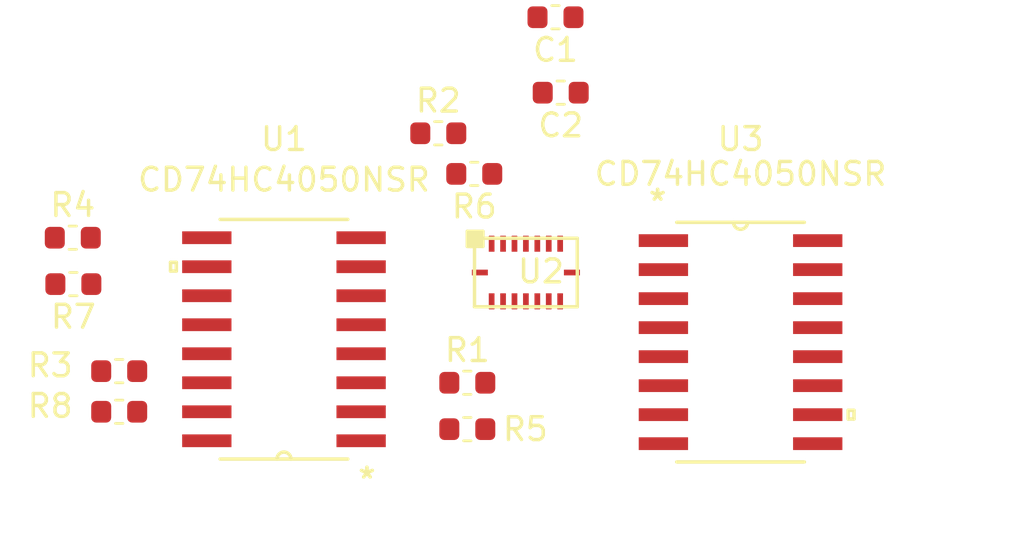
<source format=kicad_pcb>
(kicad_pcb (version 20171130) (host pcbnew "(5.1.4)-1")

  (general
    (thickness 1.6)
    (drawings 0)
    (tracks 0)
    (zones 0)
    (modules 13)
    (nets 38)
  )

  (page A4)
  (layers
    (0 F.Cu signal)
    (31 B.Cu signal)
    (32 B.Adhes user)
    (33 F.Adhes user)
    (34 B.Paste user)
    (35 F.Paste user)
    (36 B.SilkS user)
    (37 F.SilkS user)
    (38 B.Mask user)
    (39 F.Mask user)
    (40 Dwgs.User user hide)
    (41 Cmts.User user)
    (42 Eco1.User user)
    (43 Eco2.User user)
    (44 Edge.Cuts user)
    (45 Margin user)
    (46 B.CrtYd user hide)
    (47 F.CrtYd user)
    (48 B.Fab user)
    (49 F.Fab user hide)
  )

  (setup
    (last_trace_width 0.25)
    (trace_clearance 0.2)
    (zone_clearance 0.508)
    (zone_45_only no)
    (trace_min 0.2)
    (via_size 0.8)
    (via_drill 0.4)
    (via_min_size 0.4)
    (via_min_drill 0.3)
    (uvia_size 0.3)
    (uvia_drill 0.1)
    (uvias_allowed no)
    (uvia_min_size 0.2)
    (uvia_min_drill 0.1)
    (edge_width 0.05)
    (segment_width 0.2)
    (pcb_text_width 0.3)
    (pcb_text_size 1.5 1.5)
    (mod_edge_width 0.12)
    (mod_text_size 1 1)
    (mod_text_width 0.15)
    (pad_size 1.524 1.524)
    (pad_drill 0.762)
    (pad_to_mask_clearance 0.051)
    (solder_mask_min_width 0.25)
    (aux_axis_origin 0 0)
    (visible_elements FFFFFF7F)
    (pcbplotparams
      (layerselection 0x010fc_ffffffff)
      (usegerberextensions false)
      (usegerberattributes false)
      (usegerberadvancedattributes false)
      (creategerberjobfile false)
      (excludeedgelayer true)
      (linewidth 0.100000)
      (plotframeref false)
      (viasonmask false)
      (mode 1)
      (useauxorigin false)
      (hpglpennumber 1)
      (hpglpenspeed 20)
      (hpglpendiameter 15.000000)
      (psnegative false)
      (psa4output false)
      (plotreference true)
      (plotvalue true)
      (plotinvisibletext false)
      (padsonsilk false)
      (subtractmaskfromsilk false)
      (outputformat 1)
      (mirror false)
      (drillshape 1)
      (scaleselection 1)
      (outputdirectory ""))
  )

  (net 0 "")
  (net 1 GND)
  (net 2 +3V3)
  (net 3 "Net-(R1-Pad1)")
  (net 4 /INT1_ACCEL_5)
  (net 5 /INT2_ACCEL_5)
  (net 6 "Net-(R2-Pad1)")
  (net 7 "Net-(R3-Pad2)")
  (net 8 /INT4_GYRO_5)
  (net 9 /INT3_GYRO_5)
  (net 10 "Net-(R4-Pad2)")
  (net 11 /INT1_ACCEL)
  (net 12 /INT2_ACCEL)
  (net 13 /INT3_GYRO)
  (net 14 /INT4_GYRO)
  (net 15 "Net-(U1-Pad4)")
  (net 16 "Net-(U1-Pad5)")
  (net 17 "Net-(U1-Pad11)")
  (net 18 "Net-(U1-Pad12)")
  (net 19 "Net-(U1-Pad13)")
  (net 20 "Net-(U1-Pad16)")
  (net 21 "Net-(U2-Pad5)")
  (net 22 /A0_ACCEL)
  (net 23 /A0_GYRO)
  (net 24 /SDA)
  (net 25 /SCL)
  (net 26 "Net-(U3-Pad16)")
  (net 27 "Net-(U3-Pad15)")
  (net 28 "Net-(U3-Pad14)")
  (net 29 "Net-(U3-Pad13)")
  (net 30 /CS_GYRO)
  (net 31 /CS_GYRO_5)
  (net 32 /CS_ACCEL)
  (net 33 /CS_ACCEL_5)
  (net 34 /CS_SD_5)
  (net 35 /CS_SD)
  (net 36 /SDA_5)
  (net 37 /SCL_5)

  (net_class Default "This is the default net class."
    (clearance 0.2)
    (trace_width 0.25)
    (via_dia 0.8)
    (via_drill 0.4)
    (uvia_dia 0.3)
    (uvia_drill 0.1)
    (add_net +3V3)
    (add_net /A0_ACCEL)
    (add_net /A0_GYRO)
    (add_net /CS_ACCEL)
    (add_net /CS_ACCEL_5)
    (add_net /CS_GYRO)
    (add_net /CS_GYRO_5)
    (add_net /CS_SD)
    (add_net /CS_SD_5)
    (add_net /INT1_ACCEL)
    (add_net /INT1_ACCEL_5)
    (add_net /INT2_ACCEL)
    (add_net /INT2_ACCEL_5)
    (add_net /INT3_GYRO)
    (add_net /INT3_GYRO_5)
    (add_net /INT4_GYRO)
    (add_net /INT4_GYRO_5)
    (add_net /SCL)
    (add_net /SCL_5)
    (add_net /SDA)
    (add_net /SDA_5)
    (add_net GND)
    (add_net "Net-(R1-Pad1)")
    (add_net "Net-(R2-Pad1)")
    (add_net "Net-(R3-Pad2)")
    (add_net "Net-(R4-Pad2)")
    (add_net "Net-(U1-Pad11)")
    (add_net "Net-(U1-Pad12)")
    (add_net "Net-(U1-Pad13)")
    (add_net "Net-(U1-Pad16)")
    (add_net "Net-(U1-Pad4)")
    (add_net "Net-(U1-Pad5)")
    (add_net "Net-(U2-Pad5)")
    (add_net "Net-(U3-Pad13)")
    (add_net "Net-(U3-Pad14)")
    (add_net "Net-(U3-Pad15)")
    (add_net "Net-(U3-Pad16)")
  )

  (module footprints:C_0603_1608Metric (layer F.Cu) (tedit 5B301BBE) (tstamp 5FF656AB)
    (at 98.5775 99.822 180)
    (descr "Capacitor SMD 0603 (1608 Metric), square (rectangular) end terminal, IPC_7351 nominal, (Body size source: http://www.tortai-tech.com/upload/download/2011102023233369053.pdf), generated with kicad-footprint-generator")
    (tags capacitor)
    (path /5FC2CB9A)
    (attr smd)
    (fp_text reference C1 (at 0 -1.43) (layer F.SilkS)
      (effects (font (size 1 1) (thickness 0.15)))
    )
    (fp_text value C_100nF (at 0 1.43) (layer F.Fab)
      (effects (font (size 1 1) (thickness 0.15)))
    )
    (fp_text user %R (at 0 0) (layer F.Fab)
      (effects (font (size 0.4 0.4) (thickness 0.06)))
    )
    (fp_line (start 1.48 0.73) (end -1.48 0.73) (layer F.CrtYd) (width 0.05))
    (fp_line (start 1.48 -0.73) (end 1.48 0.73) (layer F.CrtYd) (width 0.05))
    (fp_line (start -1.48 -0.73) (end 1.48 -0.73) (layer F.CrtYd) (width 0.05))
    (fp_line (start -1.48 0.73) (end -1.48 -0.73) (layer F.CrtYd) (width 0.05))
    (fp_line (start -0.162779 0.51) (end 0.162779 0.51) (layer F.SilkS) (width 0.12))
    (fp_line (start -0.162779 -0.51) (end 0.162779 -0.51) (layer F.SilkS) (width 0.12))
    (fp_line (start 0.8 0.4) (end -0.8 0.4) (layer F.Fab) (width 0.1))
    (fp_line (start 0.8 -0.4) (end 0.8 0.4) (layer F.Fab) (width 0.1))
    (fp_line (start -0.8 -0.4) (end 0.8 -0.4) (layer F.Fab) (width 0.1))
    (fp_line (start -0.8 0.4) (end -0.8 -0.4) (layer F.Fab) (width 0.1))
    (pad 2 smd roundrect (at 0.7875 0 180) (size 0.875 0.95) (layers F.Cu F.Paste F.Mask) (roundrect_rratio 0.25)
      (net 1 GND))
    (pad 1 smd roundrect (at -0.7875 0 180) (size 0.875 0.95) (layers F.Cu F.Paste F.Mask) (roundrect_rratio 0.25)
      (net 2 +3V3))
    (model ${KISYS3DMOD}/Capacitor_SMD.3dshapes/C_0603_1608Metric.wrl
      (at (xyz 0 0 0))
      (scale (xyz 1 1 1))
      (rotate (xyz 0 0 0))
    )
  )

  (module footprints:C_0603_1608Metric (layer F.Cu) (tedit 5B301BBE) (tstamp 5FF656BC)
    (at 98.806 103.124 180)
    (descr "Capacitor SMD 0603 (1608 Metric), square (rectangular) end terminal, IPC_7351 nominal, (Body size source: http://www.tortai-tech.com/upload/download/2011102023233369053.pdf), generated with kicad-footprint-generator")
    (tags capacitor)
    (path /5FC2CC3A)
    (attr smd)
    (fp_text reference C2 (at 0 -1.43) (layer F.SilkS)
      (effects (font (size 1 1) (thickness 0.15)))
    )
    (fp_text value C_100nF (at 0 1.43) (layer F.Fab)
      (effects (font (size 1 1) (thickness 0.15)))
    )
    (fp_line (start -0.8 0.4) (end -0.8 -0.4) (layer F.Fab) (width 0.1))
    (fp_line (start -0.8 -0.4) (end 0.8 -0.4) (layer F.Fab) (width 0.1))
    (fp_line (start 0.8 -0.4) (end 0.8 0.4) (layer F.Fab) (width 0.1))
    (fp_line (start 0.8 0.4) (end -0.8 0.4) (layer F.Fab) (width 0.1))
    (fp_line (start -0.162779 -0.51) (end 0.162779 -0.51) (layer F.SilkS) (width 0.12))
    (fp_line (start -0.162779 0.51) (end 0.162779 0.51) (layer F.SilkS) (width 0.12))
    (fp_line (start -1.48 0.73) (end -1.48 -0.73) (layer F.CrtYd) (width 0.05))
    (fp_line (start -1.48 -0.73) (end 1.48 -0.73) (layer F.CrtYd) (width 0.05))
    (fp_line (start 1.48 -0.73) (end 1.48 0.73) (layer F.CrtYd) (width 0.05))
    (fp_line (start 1.48 0.73) (end -1.48 0.73) (layer F.CrtYd) (width 0.05))
    (fp_text user %R (at 0 0) (layer F.Fab)
      (effects (font (size 0.4 0.4) (thickness 0.06)))
    )
    (pad 1 smd roundrect (at -0.7875 0 180) (size 0.875 0.95) (layers F.Cu F.Paste F.Mask) (roundrect_rratio 0.25)
      (net 2 +3V3))
    (pad 2 smd roundrect (at 0.7875 0 180) (size 0.875 0.95) (layers F.Cu F.Paste F.Mask) (roundrect_rratio 0.25)
      (net 1 GND))
    (model ${KISYS3DMOD}/Capacitor_SMD.3dshapes/C_0603_1608Metric.wrl
      (at (xyz 0 0 0))
      (scale (xyz 1 1 1))
      (rotate (xyz 0 0 0))
    )
  )

  (module footprints:R_0603_1608Metric (layer F.Cu) (tedit 5B301BBD) (tstamp 5FF656CD)
    (at 94.7165 115.824)
    (descr "Resistor SMD 0603 (1608 Metric), square (rectangular) end terminal, IPC_7351 nominal, (Body size source: http://www.tortai-tech.com/upload/download/2011102023233369053.pdf), generated with kicad-footprint-generator")
    (tags resistor)
    (path /5FC2D75B)
    (attr smd)
    (fp_text reference R1 (at 0 -1.43) (layer F.SilkS)
      (effects (font (size 1 1) (thickness 0.15)))
    )
    (fp_text value R_0 (at 0 1.43) (layer F.Fab)
      (effects (font (size 1 1) (thickness 0.15)))
    )
    (fp_line (start -0.8 0.4) (end -0.8 -0.4) (layer F.Fab) (width 0.1))
    (fp_line (start -0.8 -0.4) (end 0.8 -0.4) (layer F.Fab) (width 0.1))
    (fp_line (start 0.8 -0.4) (end 0.8 0.4) (layer F.Fab) (width 0.1))
    (fp_line (start 0.8 0.4) (end -0.8 0.4) (layer F.Fab) (width 0.1))
    (fp_line (start -0.162779 -0.51) (end 0.162779 -0.51) (layer F.SilkS) (width 0.12))
    (fp_line (start -0.162779 0.51) (end 0.162779 0.51) (layer F.SilkS) (width 0.12))
    (fp_line (start -1.48 0.73) (end -1.48 -0.73) (layer F.CrtYd) (width 0.05))
    (fp_line (start -1.48 -0.73) (end 1.48 -0.73) (layer F.CrtYd) (width 0.05))
    (fp_line (start 1.48 -0.73) (end 1.48 0.73) (layer F.CrtYd) (width 0.05))
    (fp_line (start 1.48 0.73) (end -1.48 0.73) (layer F.CrtYd) (width 0.05))
    (fp_text user %R (at 0 0) (layer F.Fab)
      (effects (font (size 0.4 0.4) (thickness 0.06)))
    )
    (pad 1 smd roundrect (at -0.7875 0) (size 0.875 0.95) (layers F.Cu F.Paste F.Mask) (roundrect_rratio 0.25)
      (net 3 "Net-(R1-Pad1)"))
    (pad 2 smd roundrect (at 0.7875 0) (size 0.875 0.95) (layers F.Cu F.Paste F.Mask) (roundrect_rratio 0.25)
      (net 4 /INT1_ACCEL_5))
    (model ${KISYS3DMOD}/Resistor_SMD.3dshapes/R_0603_1608Metric.wrl
      (at (xyz 0 0 0))
      (scale (xyz 1 1 1))
      (rotate (xyz 0 0 0))
    )
  )

  (module footprints:R_0603_1608Metric (layer F.Cu) (tedit 5B301BBD) (tstamp 5FF656DE)
    (at 93.4465 104.902)
    (descr "Resistor SMD 0603 (1608 Metric), square (rectangular) end terminal, IPC_7351 nominal, (Body size source: http://www.tortai-tech.com/upload/download/2011102023233369053.pdf), generated with kicad-footprint-generator")
    (tags resistor)
    (path /5FC975C3)
    (attr smd)
    (fp_text reference R2 (at 0 -1.43) (layer F.SilkS)
      (effects (font (size 1 1) (thickness 0.15)))
    )
    (fp_text value R_0 (at 0 1.43) (layer F.Fab)
      (effects (font (size 1 1) (thickness 0.15)))
    )
    (fp_text user %R (at 0 0) (layer F.Fab)
      (effects (font (size 0.4 0.4) (thickness 0.06)))
    )
    (fp_line (start 1.48 0.73) (end -1.48 0.73) (layer F.CrtYd) (width 0.05))
    (fp_line (start 1.48 -0.73) (end 1.48 0.73) (layer F.CrtYd) (width 0.05))
    (fp_line (start -1.48 -0.73) (end 1.48 -0.73) (layer F.CrtYd) (width 0.05))
    (fp_line (start -1.48 0.73) (end -1.48 -0.73) (layer F.CrtYd) (width 0.05))
    (fp_line (start -0.162779 0.51) (end 0.162779 0.51) (layer F.SilkS) (width 0.12))
    (fp_line (start -0.162779 -0.51) (end 0.162779 -0.51) (layer F.SilkS) (width 0.12))
    (fp_line (start 0.8 0.4) (end -0.8 0.4) (layer F.Fab) (width 0.1))
    (fp_line (start 0.8 -0.4) (end 0.8 0.4) (layer F.Fab) (width 0.1))
    (fp_line (start -0.8 -0.4) (end 0.8 -0.4) (layer F.Fab) (width 0.1))
    (fp_line (start -0.8 0.4) (end -0.8 -0.4) (layer F.Fab) (width 0.1))
    (pad 2 smd roundrect (at 0.7875 0) (size 0.875 0.95) (layers F.Cu F.Paste F.Mask) (roundrect_rratio 0.25)
      (net 5 /INT2_ACCEL_5))
    (pad 1 smd roundrect (at -0.7875 0) (size 0.875 0.95) (layers F.Cu F.Paste F.Mask) (roundrect_rratio 0.25)
      (net 6 "Net-(R2-Pad1)"))
    (model ${KISYS3DMOD}/Resistor_SMD.3dshapes/R_0603_1608Metric.wrl
      (at (xyz 0 0 0))
      (scale (xyz 1 1 1))
      (rotate (xyz 0 0 0))
    )
  )

  (module footprints:R_0603_1608Metric (layer F.Cu) (tedit 5B301BBD) (tstamp 5FF656EF)
    (at 79.4765 115.316)
    (descr "Resistor SMD 0603 (1608 Metric), square (rectangular) end terminal, IPC_7351 nominal, (Body size source: http://www.tortai-tech.com/upload/download/2011102023233369053.pdf), generated with kicad-footprint-generator")
    (tags resistor)
    (path /5FCE02AE)
    (attr smd)
    (fp_text reference R3 (at -3.0225 -0.254) (layer F.SilkS)
      (effects (font (size 1 1) (thickness 0.15)))
    )
    (fp_text value R_0 (at 0 1.43) (layer F.Fab)
      (effects (font (size 1 1) (thickness 0.15)))
    )
    (fp_text user %R (at 0 0) (layer F.Fab)
      (effects (font (size 0.4 0.4) (thickness 0.06)))
    )
    (fp_line (start 1.48 0.73) (end -1.48 0.73) (layer F.CrtYd) (width 0.05))
    (fp_line (start 1.48 -0.73) (end 1.48 0.73) (layer F.CrtYd) (width 0.05))
    (fp_line (start -1.48 -0.73) (end 1.48 -0.73) (layer F.CrtYd) (width 0.05))
    (fp_line (start -1.48 0.73) (end -1.48 -0.73) (layer F.CrtYd) (width 0.05))
    (fp_line (start -0.162779 0.51) (end 0.162779 0.51) (layer F.SilkS) (width 0.12))
    (fp_line (start -0.162779 -0.51) (end 0.162779 -0.51) (layer F.SilkS) (width 0.12))
    (fp_line (start 0.8 0.4) (end -0.8 0.4) (layer F.Fab) (width 0.1))
    (fp_line (start 0.8 -0.4) (end 0.8 0.4) (layer F.Fab) (width 0.1))
    (fp_line (start -0.8 -0.4) (end 0.8 -0.4) (layer F.Fab) (width 0.1))
    (fp_line (start -0.8 0.4) (end -0.8 -0.4) (layer F.Fab) (width 0.1))
    (pad 2 smd roundrect (at 0.7875 0) (size 0.875 0.95) (layers F.Cu F.Paste F.Mask) (roundrect_rratio 0.25)
      (net 7 "Net-(R3-Pad2)"))
    (pad 1 smd roundrect (at -0.7875 0) (size 0.875 0.95) (layers F.Cu F.Paste F.Mask) (roundrect_rratio 0.25)
      (net 8 /INT4_GYRO_5))
    (model ${KISYS3DMOD}/Resistor_SMD.3dshapes/R_0603_1608Metric.wrl
      (at (xyz 0 0 0))
      (scale (xyz 1 1 1))
      (rotate (xyz 0 0 0))
    )
  )

  (module footprints:R_0603_1608Metric (layer F.Cu) (tedit 5B301BBD) (tstamp 5FF65700)
    (at 77.4445 109.474)
    (descr "Resistor SMD 0603 (1608 Metric), square (rectangular) end terminal, IPC_7351 nominal, (Body size source: http://www.tortai-tech.com/upload/download/2011102023233369053.pdf), generated with kicad-footprint-generator")
    (tags resistor)
    (path /5FCC3F09)
    (attr smd)
    (fp_text reference R4 (at 0 -1.43) (layer F.SilkS)
      (effects (font (size 1 1) (thickness 0.15)))
    )
    (fp_text value R_0 (at 0 1.43) (layer F.Fab)
      (effects (font (size 1 1) (thickness 0.15)))
    )
    (fp_line (start -0.8 0.4) (end -0.8 -0.4) (layer F.Fab) (width 0.1))
    (fp_line (start -0.8 -0.4) (end 0.8 -0.4) (layer F.Fab) (width 0.1))
    (fp_line (start 0.8 -0.4) (end 0.8 0.4) (layer F.Fab) (width 0.1))
    (fp_line (start 0.8 0.4) (end -0.8 0.4) (layer F.Fab) (width 0.1))
    (fp_line (start -0.162779 -0.51) (end 0.162779 -0.51) (layer F.SilkS) (width 0.12))
    (fp_line (start -0.162779 0.51) (end 0.162779 0.51) (layer F.SilkS) (width 0.12))
    (fp_line (start -1.48 0.73) (end -1.48 -0.73) (layer F.CrtYd) (width 0.05))
    (fp_line (start -1.48 -0.73) (end 1.48 -0.73) (layer F.CrtYd) (width 0.05))
    (fp_line (start 1.48 -0.73) (end 1.48 0.73) (layer F.CrtYd) (width 0.05))
    (fp_line (start 1.48 0.73) (end -1.48 0.73) (layer F.CrtYd) (width 0.05))
    (fp_text user %R (at 0 0) (layer F.Fab)
      (effects (font (size 0.4 0.4) (thickness 0.06)))
    )
    (pad 1 smd roundrect (at -0.7875 0) (size 0.875 0.95) (layers F.Cu F.Paste F.Mask) (roundrect_rratio 0.25)
      (net 9 /INT3_GYRO_5))
    (pad 2 smd roundrect (at 0.7875 0) (size 0.875 0.95) (layers F.Cu F.Paste F.Mask) (roundrect_rratio 0.25)
      (net 10 "Net-(R4-Pad2)"))
    (model ${KISYS3DMOD}/Resistor_SMD.3dshapes/R_0603_1608Metric.wrl
      (at (xyz 0 0 0))
      (scale (xyz 1 1 1))
      (rotate (xyz 0 0 0))
    )
  )

  (module footprints:R_0603_1608Metric (layer F.Cu) (tedit 5B301BBD) (tstamp 5FF65711)
    (at 94.7165 117.856)
    (descr "Resistor SMD 0603 (1608 Metric), square (rectangular) end terminal, IPC_7351 nominal, (Body size source: http://www.tortai-tech.com/upload/download/2011102023233369053.pdf), generated with kicad-footprint-generator")
    (tags resistor)
    (path /5FC40B5D)
    (attr smd)
    (fp_text reference R5 (at 2.54 0) (layer F.SilkS)
      (effects (font (size 1 1) (thickness 0.15)))
    )
    (fp_text value R_0 (at 0 1.43) (layer F.Fab)
      (effects (font (size 1 1) (thickness 0.15)))
    )
    (fp_text user %R (at 0 0) (layer F.Fab)
      (effects (font (size 0.4 0.4) (thickness 0.06)))
    )
    (fp_line (start 1.48 0.73) (end -1.48 0.73) (layer F.CrtYd) (width 0.05))
    (fp_line (start 1.48 -0.73) (end 1.48 0.73) (layer F.CrtYd) (width 0.05))
    (fp_line (start -1.48 -0.73) (end 1.48 -0.73) (layer F.CrtYd) (width 0.05))
    (fp_line (start -1.48 0.73) (end -1.48 -0.73) (layer F.CrtYd) (width 0.05))
    (fp_line (start -0.162779 0.51) (end 0.162779 0.51) (layer F.SilkS) (width 0.12))
    (fp_line (start -0.162779 -0.51) (end 0.162779 -0.51) (layer F.SilkS) (width 0.12))
    (fp_line (start 0.8 0.4) (end -0.8 0.4) (layer F.Fab) (width 0.1))
    (fp_line (start 0.8 -0.4) (end 0.8 0.4) (layer F.Fab) (width 0.1))
    (fp_line (start -0.8 -0.4) (end 0.8 -0.4) (layer F.Fab) (width 0.1))
    (fp_line (start -0.8 0.4) (end -0.8 -0.4) (layer F.Fab) (width 0.1))
    (pad 2 smd roundrect (at 0.7875 0) (size 0.875 0.95) (layers F.Cu F.Paste F.Mask) (roundrect_rratio 0.25)
      (net 4 /INT1_ACCEL_5))
    (pad 1 smd roundrect (at -0.7875 0) (size 0.875 0.95) (layers F.Cu F.Paste F.Mask) (roundrect_rratio 0.25)
      (net 11 /INT1_ACCEL))
    (model ${KISYS3DMOD}/Resistor_SMD.3dshapes/R_0603_1608Metric.wrl
      (at (xyz 0 0 0))
      (scale (xyz 1 1 1))
      (rotate (xyz 0 0 0))
    )
  )

  (module footprints:R_0603_1608Metric (layer F.Cu) (tedit 5B301BBD) (tstamp 5FF65722)
    (at 95.0215 106.68 180)
    (descr "Resistor SMD 0603 (1608 Metric), square (rectangular) end terminal, IPC_7351 nominal, (Body size source: http://www.tortai-tech.com/upload/download/2011102023233369053.pdf), generated with kicad-footprint-generator")
    (tags resistor)
    (path /5FC4582B)
    (attr smd)
    (fp_text reference R6 (at 0 -1.43) (layer F.SilkS)
      (effects (font (size 1 1) (thickness 0.15)))
    )
    (fp_text value R_0 (at 0 1.43) (layer F.Fab)
      (effects (font (size 1 1) (thickness 0.15)))
    )
    (fp_line (start -0.8 0.4) (end -0.8 -0.4) (layer F.Fab) (width 0.1))
    (fp_line (start -0.8 -0.4) (end 0.8 -0.4) (layer F.Fab) (width 0.1))
    (fp_line (start 0.8 -0.4) (end 0.8 0.4) (layer F.Fab) (width 0.1))
    (fp_line (start 0.8 0.4) (end -0.8 0.4) (layer F.Fab) (width 0.1))
    (fp_line (start -0.162779 -0.51) (end 0.162779 -0.51) (layer F.SilkS) (width 0.12))
    (fp_line (start -0.162779 0.51) (end 0.162779 0.51) (layer F.SilkS) (width 0.12))
    (fp_line (start -1.48 0.73) (end -1.48 -0.73) (layer F.CrtYd) (width 0.05))
    (fp_line (start -1.48 -0.73) (end 1.48 -0.73) (layer F.CrtYd) (width 0.05))
    (fp_line (start 1.48 -0.73) (end 1.48 0.73) (layer F.CrtYd) (width 0.05))
    (fp_line (start 1.48 0.73) (end -1.48 0.73) (layer F.CrtYd) (width 0.05))
    (fp_text user %R (at 0 0) (layer F.Fab)
      (effects (font (size 0.4 0.4) (thickness 0.06)))
    )
    (pad 1 smd roundrect (at -0.7875 0 180) (size 0.875 0.95) (layers F.Cu F.Paste F.Mask) (roundrect_rratio 0.25)
      (net 12 /INT2_ACCEL))
    (pad 2 smd roundrect (at 0.7875 0 180) (size 0.875 0.95) (layers F.Cu F.Paste F.Mask) (roundrect_rratio 0.25)
      (net 5 /INT2_ACCEL_5))
    (model ${KISYS3DMOD}/Resistor_SMD.3dshapes/R_0603_1608Metric.wrl
      (at (xyz 0 0 0))
      (scale (xyz 1 1 1))
      (rotate (xyz 0 0 0))
    )
  )

  (module footprints:R_0603_1608Metric (layer F.Cu) (tedit 5B301BBD) (tstamp 5FF65733)
    (at 77.47 111.506 180)
    (descr "Resistor SMD 0603 (1608 Metric), square (rectangular) end terminal, IPC_7351 nominal, (Body size source: http://www.tortai-tech.com/upload/download/2011102023233369053.pdf), generated with kicad-footprint-generator")
    (tags resistor)
    (path /5FC4F140)
    (attr smd)
    (fp_text reference R7 (at 0 -1.43) (layer F.SilkS)
      (effects (font (size 1 1) (thickness 0.15)))
    )
    (fp_text value R_0 (at 0 1.43) (layer F.Fab)
      (effects (font (size 1 1) (thickness 0.15)))
    )
    (fp_text user %R (at 0 0) (layer F.Fab)
      (effects (font (size 0.4 0.4) (thickness 0.06)))
    )
    (fp_line (start 1.48 0.73) (end -1.48 0.73) (layer F.CrtYd) (width 0.05))
    (fp_line (start 1.48 -0.73) (end 1.48 0.73) (layer F.CrtYd) (width 0.05))
    (fp_line (start -1.48 -0.73) (end 1.48 -0.73) (layer F.CrtYd) (width 0.05))
    (fp_line (start -1.48 0.73) (end -1.48 -0.73) (layer F.CrtYd) (width 0.05))
    (fp_line (start -0.162779 0.51) (end 0.162779 0.51) (layer F.SilkS) (width 0.12))
    (fp_line (start -0.162779 -0.51) (end 0.162779 -0.51) (layer F.SilkS) (width 0.12))
    (fp_line (start 0.8 0.4) (end -0.8 0.4) (layer F.Fab) (width 0.1))
    (fp_line (start 0.8 -0.4) (end 0.8 0.4) (layer F.Fab) (width 0.1))
    (fp_line (start -0.8 -0.4) (end 0.8 -0.4) (layer F.Fab) (width 0.1))
    (fp_line (start -0.8 0.4) (end -0.8 -0.4) (layer F.Fab) (width 0.1))
    (pad 2 smd roundrect (at 0.7875 0 180) (size 0.875 0.95) (layers F.Cu F.Paste F.Mask) (roundrect_rratio 0.25)
      (net 9 /INT3_GYRO_5))
    (pad 1 smd roundrect (at -0.7875 0 180) (size 0.875 0.95) (layers F.Cu F.Paste F.Mask) (roundrect_rratio 0.25)
      (net 13 /INT3_GYRO))
    (model ${KISYS3DMOD}/Resistor_SMD.3dshapes/R_0603_1608Metric.wrl
      (at (xyz 0 0 0))
      (scale (xyz 1 1 1))
      (rotate (xyz 0 0 0))
    )
  )

  (module footprints:R_0603_1608Metric (layer F.Cu) (tedit 5B301BBD) (tstamp 5FF65744)
    (at 79.4765 117.094)
    (descr "Resistor SMD 0603 (1608 Metric), square (rectangular) end terminal, IPC_7351 nominal, (Body size source: http://www.tortai-tech.com/upload/download/2011102023233369053.pdf), generated with kicad-footprint-generator")
    (tags resistor)
    (path /5FC53EB8)
    (attr smd)
    (fp_text reference R8 (at -3.0225 -0.254) (layer F.SilkS)
      (effects (font (size 1 1) (thickness 0.15)))
    )
    (fp_text value R_0 (at 0 1.43) (layer F.Fab)
      (effects (font (size 1 1) (thickness 0.15)))
    )
    (fp_line (start -0.8 0.4) (end -0.8 -0.4) (layer F.Fab) (width 0.1))
    (fp_line (start -0.8 -0.4) (end 0.8 -0.4) (layer F.Fab) (width 0.1))
    (fp_line (start 0.8 -0.4) (end 0.8 0.4) (layer F.Fab) (width 0.1))
    (fp_line (start 0.8 0.4) (end -0.8 0.4) (layer F.Fab) (width 0.1))
    (fp_line (start -0.162779 -0.51) (end 0.162779 -0.51) (layer F.SilkS) (width 0.12))
    (fp_line (start -0.162779 0.51) (end 0.162779 0.51) (layer F.SilkS) (width 0.12))
    (fp_line (start -1.48 0.73) (end -1.48 -0.73) (layer F.CrtYd) (width 0.05))
    (fp_line (start -1.48 -0.73) (end 1.48 -0.73) (layer F.CrtYd) (width 0.05))
    (fp_line (start 1.48 -0.73) (end 1.48 0.73) (layer F.CrtYd) (width 0.05))
    (fp_line (start 1.48 0.73) (end -1.48 0.73) (layer F.CrtYd) (width 0.05))
    (fp_text user %R (at 0 0) (layer F.Fab)
      (effects (font (size 0.4 0.4) (thickness 0.06)))
    )
    (pad 1 smd roundrect (at -0.7875 0) (size 0.875 0.95) (layers F.Cu F.Paste F.Mask) (roundrect_rratio 0.25)
      (net 14 /INT4_GYRO))
    (pad 2 smd roundrect (at 0.7875 0) (size 0.875 0.95) (layers F.Cu F.Paste F.Mask) (roundrect_rratio 0.25)
      (net 8 /INT4_GYRO_5))
    (model ${KISYS3DMOD}/Resistor_SMD.3dshapes/R_0603_1608Metric.wrl
      (at (xyz 0 0 0))
      (scale (xyz 1 1 1))
      (rotate (xyz 0 0 0))
    )
  )

  (module footprints:CD74HC4050NSR (layer F.Cu) (tedit 0) (tstamp 5FF657B1)
    (at 86.6902 113.919 180)
    (path /5FC2D369)
    (fp_text reference U1 (at 0 8.763) (layer F.SilkS)
      (effects (font (size 1 1) (thickness 0.15)))
    )
    (fp_text value CD74HC4050NSR (at 0 6.985) (layer F.SilkS)
      (effects (font (size 1 1) (thickness 0.15)))
    )
    (fp_text user "Copyright 2016 Accelerated Designs. All rights reserved." (at 0 0) (layer Cmts.User)
      (effects (font (size 0.127 0.127) (thickness 0.002)))
    )
    (fp_text user * (at -3.6322 -6.1468) (layer F.SilkS)
      (effects (font (size 1 1) (thickness 0.15)))
    )
    (fp_text user * (at -3.6322 -6.1468) (layer F.Fab)
      (effects (font (size 1 1) (thickness 0.15)))
    )
    (fp_text user .05in/1.27mm (at -6.4262 -3.81) (layer Dwgs.User)
      (effects (font (size 1 1) (thickness 0.15)))
    )
    (fp_text user .022in/.559mm (at 6.4262 -4.445) (layer Dwgs.User)
      (effects (font (size 1 1) (thickness 0.15)))
    )
    (fp_text user .266in/6.756mm (at 0 -7.6581) (layer Dwgs.User)
      (effects (font (size 1 1) (thickness 0.15)))
    )
    (fp_text user .085in/2.159mm (at -3.3782 7.6581) (layer Dwgs.User)
      (effects (font (size 1 1) (thickness 0.15)))
    )
    (fp_text user * (at -3.6322 -6.1468) (layer F.Fab)
      (effects (font (size 1 1) (thickness 0.15)))
    )
    (fp_text user * (at -3.6322 -6.1468) (layer F.SilkS)
      (effects (font (size 1 1) (thickness 0.15)))
    )
    (fp_line (start -2.794 -4.191) (end -2.794 -4.699) (layer F.Fab) (width 0.1524))
    (fp_line (start -2.794 -4.699) (end -4.1021 -4.699) (layer F.Fab) (width 0.1524))
    (fp_line (start -4.1021 -4.699) (end -4.1021 -4.191) (layer F.Fab) (width 0.1524))
    (fp_line (start -4.1021 -4.191) (end -2.794 -4.191) (layer F.Fab) (width 0.1524))
    (fp_line (start -2.794 -2.921) (end -2.794 -3.429) (layer F.Fab) (width 0.1524))
    (fp_line (start -2.794 -3.429) (end -4.1021 -3.429) (layer F.Fab) (width 0.1524))
    (fp_line (start -4.1021 -3.429) (end -4.1021 -2.921) (layer F.Fab) (width 0.1524))
    (fp_line (start -4.1021 -2.921) (end -2.794 -2.921) (layer F.Fab) (width 0.1524))
    (fp_line (start -2.794 -1.651) (end -2.794 -2.159) (layer F.Fab) (width 0.1524))
    (fp_line (start -2.794 -2.159) (end -4.1021 -2.159) (layer F.Fab) (width 0.1524))
    (fp_line (start -4.1021 -2.159) (end -4.1021 -1.651) (layer F.Fab) (width 0.1524))
    (fp_line (start -4.1021 -1.651) (end -2.794 -1.651) (layer F.Fab) (width 0.1524))
    (fp_line (start -2.794 -0.381) (end -2.794 -0.889) (layer F.Fab) (width 0.1524))
    (fp_line (start -2.794 -0.889) (end -4.1021 -0.889) (layer F.Fab) (width 0.1524))
    (fp_line (start -4.1021 -0.889) (end -4.1021 -0.381) (layer F.Fab) (width 0.1524))
    (fp_line (start -4.1021 -0.381) (end -2.794 -0.381) (layer F.Fab) (width 0.1524))
    (fp_line (start -2.794 0.889) (end -2.794 0.381) (layer F.Fab) (width 0.1524))
    (fp_line (start -2.794 0.381) (end -4.1021 0.381) (layer F.Fab) (width 0.1524))
    (fp_line (start -4.1021 0.381) (end -4.1021 0.889) (layer F.Fab) (width 0.1524))
    (fp_line (start -4.1021 0.889) (end -2.794 0.889) (layer F.Fab) (width 0.1524))
    (fp_line (start -2.794 2.159) (end -2.794 1.651) (layer F.Fab) (width 0.1524))
    (fp_line (start -2.794 1.651) (end -4.1021 1.651) (layer F.Fab) (width 0.1524))
    (fp_line (start -4.1021 1.651) (end -4.1021 2.159) (layer F.Fab) (width 0.1524))
    (fp_line (start -4.1021 2.159) (end -2.794 2.159) (layer F.Fab) (width 0.1524))
    (fp_line (start -2.794 3.429) (end -2.794 2.921) (layer F.Fab) (width 0.1524))
    (fp_line (start -2.794 2.921) (end -4.1021 2.921) (layer F.Fab) (width 0.1524))
    (fp_line (start -4.1021 2.921) (end -4.1021 3.429) (layer F.Fab) (width 0.1524))
    (fp_line (start -4.1021 3.429) (end -2.794 3.429) (layer F.Fab) (width 0.1524))
    (fp_line (start -2.794 4.699) (end -2.794 4.191) (layer F.Fab) (width 0.1524))
    (fp_line (start -2.794 4.191) (end -4.1021 4.191) (layer F.Fab) (width 0.1524))
    (fp_line (start -4.1021 4.191) (end -4.1021 4.699) (layer F.Fab) (width 0.1524))
    (fp_line (start -4.1021 4.699) (end -2.794 4.699) (layer F.Fab) (width 0.1524))
    (fp_line (start 2.794 4.191) (end 2.794 4.699) (layer F.Fab) (width 0.1524))
    (fp_line (start 2.794 4.699) (end 4.1021 4.699) (layer F.Fab) (width 0.1524))
    (fp_line (start 4.1021 4.699) (end 4.1021 4.191) (layer F.Fab) (width 0.1524))
    (fp_line (start 4.1021 4.191) (end 2.794 4.191) (layer F.Fab) (width 0.1524))
    (fp_line (start 2.794 2.921) (end 2.794 3.429) (layer F.Fab) (width 0.1524))
    (fp_line (start 2.794 3.429) (end 4.1021 3.429) (layer F.Fab) (width 0.1524))
    (fp_line (start 4.1021 3.429) (end 4.1021 2.921) (layer F.Fab) (width 0.1524))
    (fp_line (start 4.1021 2.921) (end 2.794 2.921) (layer F.Fab) (width 0.1524))
    (fp_line (start 2.794 1.651) (end 2.794 2.159) (layer F.Fab) (width 0.1524))
    (fp_line (start 2.794 2.159) (end 4.1021 2.159) (layer F.Fab) (width 0.1524))
    (fp_line (start 4.1021 2.159) (end 4.1021 1.651) (layer F.Fab) (width 0.1524))
    (fp_line (start 4.1021 1.651) (end 2.794 1.651) (layer F.Fab) (width 0.1524))
    (fp_line (start 2.794 0.381) (end 2.794 0.889) (layer F.Fab) (width 0.1524))
    (fp_line (start 2.794 0.889) (end 4.1021 0.889) (layer F.Fab) (width 0.1524))
    (fp_line (start 4.1021 0.889) (end 4.1021 0.381) (layer F.Fab) (width 0.1524))
    (fp_line (start 4.1021 0.381) (end 2.794 0.381) (layer F.Fab) (width 0.1524))
    (fp_line (start 2.794 -0.889) (end 2.794 -0.381) (layer F.Fab) (width 0.1524))
    (fp_line (start 2.794 -0.381) (end 4.1021 -0.381) (layer F.Fab) (width 0.1524))
    (fp_line (start 4.1021 -0.381) (end 4.1021 -0.889) (layer F.Fab) (width 0.1524))
    (fp_line (start 4.1021 -0.889) (end 2.794 -0.889) (layer F.Fab) (width 0.1524))
    (fp_line (start 2.794 -2.159) (end 2.794 -1.651) (layer F.Fab) (width 0.1524))
    (fp_line (start 2.794 -1.651) (end 4.1021 -1.651) (layer F.Fab) (width 0.1524))
    (fp_line (start 4.1021 -1.651) (end 4.1021 -2.159) (layer F.Fab) (width 0.1524))
    (fp_line (start 4.1021 -2.159) (end 2.794 -2.159) (layer F.Fab) (width 0.1524))
    (fp_line (start 2.794 -3.429) (end 2.794 -2.921) (layer F.Fab) (width 0.1524))
    (fp_line (start 2.794 -2.921) (end 4.1021 -2.921) (layer F.Fab) (width 0.1524))
    (fp_line (start 4.1021 -2.921) (end 4.1021 -3.429) (layer F.Fab) (width 0.1524))
    (fp_line (start 4.1021 -3.429) (end 2.794 -3.429) (layer F.Fab) (width 0.1524))
    (fp_line (start 2.794 -4.699) (end 2.794 -4.191) (layer F.Fab) (width 0.1524))
    (fp_line (start 2.794 -4.191) (end 4.1021 -4.191) (layer F.Fab) (width 0.1524))
    (fp_line (start 4.1021 -4.191) (end 4.1021 -4.699) (layer F.Fab) (width 0.1524))
    (fp_line (start 4.1021 -4.699) (end 2.794 -4.699) (layer F.Fab) (width 0.1524))
    (fp_line (start -2.794 5.2451) (end 2.794 5.2451) (layer F.SilkS) (width 0.1524))
    (fp_line (start 2.794 -5.2451) (end -2.794 -5.2451) (layer F.SilkS) (width 0.1524))
    (fp_line (start -2.794 5.2451) (end 2.794 5.2451) (layer F.Fab) (width 0.1524))
    (fp_line (start 2.794 5.2451) (end 2.794 -5.2451) (layer F.Fab) (width 0.1524))
    (fp_line (start 2.794 -5.2451) (end -2.794 -5.2451) (layer F.Fab) (width 0.1524))
    (fp_line (start -2.794 -5.2451) (end -2.794 5.2451) (layer F.Fab) (width 0.1524))
    (fp_line (start 4.9657 2.9845) (end 4.9657 3.3655) (layer F.SilkS) (width 0.1524))
    (fp_line (start 4.9657 3.3655) (end 4.7117 3.3655) (layer F.SilkS) (width 0.1524))
    (fp_line (start 4.7117 3.3655) (end 4.7117 2.9845) (layer F.SilkS) (width 0.1524))
    (fp_line (start 4.7117 2.9845) (end 4.9657 2.9845) (layer F.SilkS) (width 0.1524))
    (fp_line (start -4.7117 5.4991) (end -4.7117 -5.4991) (layer F.CrtYd) (width 0.1524))
    (fp_line (start -4.7117 -5.4991) (end 4.7117 -5.4991) (layer F.CrtYd) (width 0.1524))
    (fp_line (start 4.7117 -5.4991) (end 4.7117 5.4991) (layer F.CrtYd) (width 0.1524))
    (fp_line (start 4.7117 5.4991) (end -4.7117 5.4991) (layer F.CrtYd) (width 0.1524))
    (fp_arc (start 0 -5.2451) (end 0.3048 -5.2451) (angle 180) (layer F.SilkS) (width 0.1524))
    (fp_arc (start 0 -5.2451) (end 0.3048 -5.2451) (angle 180) (layer F.Fab) (width 0.1524))
    (pad 1 smd rect (at -3.3782 -4.445 180) (size 2.159 0.5588) (layers F.Cu F.Paste F.Mask)
      (net 2 +3V3))
    (pad 2 smd rect (at -3.3782 -3.175 180) (size 2.159 0.5588) (layers F.Cu F.Paste F.Mask)
      (net 11 /INT1_ACCEL))
    (pad 3 smd rect (at -3.3782 -1.905 180) (size 2.159 0.5588) (layers F.Cu F.Paste F.Mask)
      (net 3 "Net-(R1-Pad1)"))
    (pad 4 smd rect (at -3.3782 -0.635 180) (size 2.159 0.5588) (layers F.Cu F.Paste F.Mask)
      (net 15 "Net-(U1-Pad4)"))
    (pad 5 smd rect (at -3.3782 0.635 180) (size 2.159 0.5588) (layers F.Cu F.Paste F.Mask)
      (net 16 "Net-(U1-Pad5)"))
    (pad 6 smd rect (at -3.3782 1.905 180) (size 2.159 0.5588) (layers F.Cu F.Paste F.Mask)
      (net 12 /INT2_ACCEL))
    (pad 7 smd rect (at -3.3782 3.175 180) (size 2.159 0.5588) (layers F.Cu F.Paste F.Mask)
      (net 6 "Net-(R2-Pad1)"))
    (pad 8 smd rect (at -3.3782 4.445 180) (size 2.159 0.5588) (layers F.Cu F.Paste F.Mask)
      (net 1 GND))
    (pad 9 smd rect (at 3.3782 4.445 180) (size 2.159 0.5588) (layers F.Cu F.Paste F.Mask)
      (net 10 "Net-(R4-Pad2)"))
    (pad 10 smd rect (at 3.3782 3.175 180) (size 2.159 0.5588) (layers F.Cu F.Paste F.Mask)
      (net 13 /INT3_GYRO))
    (pad 11 smd rect (at 3.3782 1.905 180) (size 2.159 0.5588) (layers F.Cu F.Paste F.Mask)
      (net 17 "Net-(U1-Pad11)"))
    (pad 12 smd rect (at 3.3782 0.635 180) (size 2.159 0.5588) (layers F.Cu F.Paste F.Mask)
      (net 18 "Net-(U1-Pad12)"))
    (pad 13 smd rect (at 3.3782 -0.635 180) (size 2.159 0.5588) (layers F.Cu F.Paste F.Mask)
      (net 19 "Net-(U1-Pad13)"))
    (pad 14 smd rect (at 3.3782 -1.905 180) (size 2.159 0.5588) (layers F.Cu F.Paste F.Mask)
      (net 7 "Net-(R3-Pad2)"))
    (pad 15 smd rect (at 3.3782 -3.175 180) (size 2.159 0.5588) (layers F.Cu F.Paste F.Mask)
      (net 14 /INT4_GYRO))
    (pad 16 smd rect (at 3.3782 -4.445 180) (size 2.159 0.5588) (layers F.Cu F.Paste F.Mask)
      (net 20 "Net-(U1-Pad16)"))
  )

  (module footprints:bmi088 (layer F.Cu) (tedit 5C05EC7C) (tstamp 5FF657D9)
    (at 97.282 110.998)
    (path /5FC29AF9)
    (fp_text reference U2 (at 0.6604 -0.0508) (layer F.SilkS)
      (effects (font (size 1 1) (thickness 0.15)))
    )
    (fp_text value BMI088 (at 0.7366 -2.6162) (layer F.Fab)
      (effects (font (size 1 1) (thickness 0.15)))
    )
    (fp_line (start -2.25 -1.5) (end 2.25 -1.5) (layer F.SilkS) (width 0.15))
    (fp_line (start 2.25 -1.5) (end 2.25 1.5) (layer F.SilkS) (width 0.15))
    (fp_line (start -2.25 -1.5) (end -2.25 1.5) (layer F.SilkS) (width 0.15))
    (fp_line (start -2.25 1.4986) (end 2.25 1.4986) (layer F.SilkS) (width 0.15))
    (fp_line (start -2.2606 -1.143) (end -2.5654 -1.143) (layer F.SilkS) (width 0.15))
    (fp_line (start -2.5654 -1.143) (end -2.5654 -1.8034) (layer F.SilkS) (width 0.15))
    (fp_line (start -2.5654 -1.8034) (end -1.8796 -1.8034) (layer F.SilkS) (width 0.15))
    (fp_line (start -1.8796 -1.8034) (end -1.8796 -1.4986) (layer F.SilkS) (width 0.15))
    (fp_line (start -1.8796 -1.524) (end -1.8796 -1.143) (layer F.SilkS) (width 0.15))
    (fp_line (start -1.8796 -1.143) (end -2.54 -1.143) (layer F.SilkS) (width 0.15))
    (fp_line (start -2.413 -1.143) (end -2.413 -1.7272) (layer F.SilkS) (width 0.15))
    (fp_line (start -2.413 -1.7272) (end -1.9812 -1.7272) (layer F.SilkS) (width 0.15))
    (fp_line (start -1.9812 -1.7272) (end -1.9812 -1.2192) (layer F.SilkS) (width 0.15))
    (fp_line (start -1.9812 -1.2192) (end -2.3114 -1.2192) (layer F.SilkS) (width 0.15))
    (fp_line (start -2.3114 -1.2192) (end -2.286 -1.6256) (layer F.SilkS) (width 0.15))
    (fp_line (start -2.286 -1.6256) (end -2.0574 -1.6256) (layer F.SilkS) (width 0.15))
    (fp_line (start -2.0574 -1.6256) (end -2.0574 -1.3208) (layer F.SilkS) (width 0.15))
    (fp_line (start -2.0574 -1.3208) (end -2.1844 -1.3716) (layer F.SilkS) (width 0.15))
    (fp_line (start -2.1844 -1.3716) (end -2.1844 -1.397) (layer F.SilkS) (width 0.15))
    (fp_line (start -2.4892 -1.7526) (end -2.5146 -1.1938) (layer F.SilkS) (width 0.15))
    (pad 1 smd rect (at -1.5 -1.26) (size 0.25 0.7) (layers F.Cu F.Paste F.Mask)
      (net 12 /INT2_ACCEL))
    (pad 2 smd rect (at -1 -1.26) (size 0.25 0.7) (layers F.Cu F.Paste F.Mask))
    (pad 3 smd rect (at -0.5 -1.26) (size 0.25 0.7) (layers F.Cu F.Paste F.Mask)
      (net 2 +3V3))
    (pad 4 smd rect (at 0 -1.26) (size 0.25 0.7) (layers F.Cu F.Paste F.Mask)
      (net 1 GND))
    (pad 5 smd rect (at 0.5 -1.26) (size 0.25 0.7) (layers F.Cu F.Paste F.Mask)
      (net 21 "Net-(U2-Pad5)"))
    (pad 6 smd rect (at 1 -1.26) (size 0.25 0.7) (layers F.Cu F.Paste F.Mask)
      (net 1 GND))
    (pad 7 smd rect (at 1.5 -1.26) (size 0.25 0.7) (layers F.Cu F.Paste F.Mask)
      (net 2 +3V3))
    (pad 15 smd rect (at -1.5 1.26) (size 0.25 0.7) (layers F.Cu F.Paste F.Mask)
      (net 22 /A0_ACCEL))
    (pad 14 smd rect (at -1 1.26) (size 0.25 0.7) (layers F.Cu F.Paste F.Mask)
      (net 2 +3V3))
    (pad 13 smd rect (at -0.5 1.26) (size 0.25 0.7) (layers F.Cu F.Paste F.Mask)
      (net 14 /INT4_GYRO))
    (pad 12 smd rect (at 0 1.26) (size 0.25 0.7) (layers F.Cu F.Paste F.Mask)
      (net 13 /INT3_GYRO))
    (pad 11 smd rect (at 0.5 1.26) (size 0.25 0.7) (layers F.Cu F.Paste F.Mask)
      (net 2 +3V3))
    (pad 10 smd rect (at 1 1.26) (size 0.25 0.7) (layers F.Cu F.Paste F.Mask)
      (net 23 /A0_GYRO))
    (pad 9 smd rect (at 1.5 1.26) (size 0.25 0.7) (layers F.Cu F.Paste F.Mask)
      (net 24 /SDA))
    (pad 8 smd rect (at 2.015 0 90) (size 0.25 0.7) (layers F.Cu F.Paste F.Mask)
      (net 25 /SCL))
    (pad 16 smd rect (at -2.015 0 270) (size 0.25 0.7) (layers F.Cu F.Paste F.Mask)
      (net 11 /INT1_ACCEL))
  )

  (module footprints:CD74HC4050NSR (layer F.Cu) (tedit 0) (tstamp 5FF65846)
    (at 106.68 114.046)
    (path /5FCADB61)
    (fp_text reference U3 (at 0 -8.89) (layer F.SilkS)
      (effects (font (size 1 1) (thickness 0.15)))
    )
    (fp_text value CD74HC4050NSR (at 0 -7.366) (layer F.SilkS)
      (effects (font (size 1 1) (thickness 0.15)))
    )
    (fp_arc (start 0 -5.2451) (end 0.3048 -5.2451) (angle 180) (layer F.Fab) (width 0.1524))
    (fp_arc (start 0 -5.2451) (end 0.3048 -5.2451) (angle 180) (layer F.SilkS) (width 0.1524))
    (fp_line (start 4.7117 5.4991) (end -4.7117 5.4991) (layer F.CrtYd) (width 0.1524))
    (fp_line (start 4.7117 -5.4991) (end 4.7117 5.4991) (layer F.CrtYd) (width 0.1524))
    (fp_line (start -4.7117 -5.4991) (end 4.7117 -5.4991) (layer F.CrtYd) (width 0.1524))
    (fp_line (start -4.7117 5.4991) (end -4.7117 -5.4991) (layer F.CrtYd) (width 0.1524))
    (fp_line (start 4.7117 2.9845) (end 4.9657 2.9845) (layer F.SilkS) (width 0.1524))
    (fp_line (start 4.7117 3.3655) (end 4.7117 2.9845) (layer F.SilkS) (width 0.1524))
    (fp_line (start 4.9657 3.3655) (end 4.7117 3.3655) (layer F.SilkS) (width 0.1524))
    (fp_line (start 4.9657 2.9845) (end 4.9657 3.3655) (layer F.SilkS) (width 0.1524))
    (fp_line (start -2.794 -5.2451) (end -2.794 5.2451) (layer F.Fab) (width 0.1524))
    (fp_line (start 2.794 -5.2451) (end -2.794 -5.2451) (layer F.Fab) (width 0.1524))
    (fp_line (start 2.794 5.2451) (end 2.794 -5.2451) (layer F.Fab) (width 0.1524))
    (fp_line (start -2.794 5.2451) (end 2.794 5.2451) (layer F.Fab) (width 0.1524))
    (fp_line (start 2.794 -5.2451) (end -2.794 -5.2451) (layer F.SilkS) (width 0.1524))
    (fp_line (start -2.794 5.2451) (end 2.794 5.2451) (layer F.SilkS) (width 0.1524))
    (fp_line (start 4.1021 -4.699) (end 2.794 -4.699) (layer F.Fab) (width 0.1524))
    (fp_line (start 4.1021 -4.191) (end 4.1021 -4.699) (layer F.Fab) (width 0.1524))
    (fp_line (start 2.794 -4.191) (end 4.1021 -4.191) (layer F.Fab) (width 0.1524))
    (fp_line (start 2.794 -4.699) (end 2.794 -4.191) (layer F.Fab) (width 0.1524))
    (fp_line (start 4.1021 -3.429) (end 2.794 -3.429) (layer F.Fab) (width 0.1524))
    (fp_line (start 4.1021 -2.921) (end 4.1021 -3.429) (layer F.Fab) (width 0.1524))
    (fp_line (start 2.794 -2.921) (end 4.1021 -2.921) (layer F.Fab) (width 0.1524))
    (fp_line (start 2.794 -3.429) (end 2.794 -2.921) (layer F.Fab) (width 0.1524))
    (fp_line (start 4.1021 -2.159) (end 2.794 -2.159) (layer F.Fab) (width 0.1524))
    (fp_line (start 4.1021 -1.651) (end 4.1021 -2.159) (layer F.Fab) (width 0.1524))
    (fp_line (start 2.794 -1.651) (end 4.1021 -1.651) (layer F.Fab) (width 0.1524))
    (fp_line (start 2.794 -2.159) (end 2.794 -1.651) (layer F.Fab) (width 0.1524))
    (fp_line (start 4.1021 -0.889) (end 2.794 -0.889) (layer F.Fab) (width 0.1524))
    (fp_line (start 4.1021 -0.381) (end 4.1021 -0.889) (layer F.Fab) (width 0.1524))
    (fp_line (start 2.794 -0.381) (end 4.1021 -0.381) (layer F.Fab) (width 0.1524))
    (fp_line (start 2.794 -0.889) (end 2.794 -0.381) (layer F.Fab) (width 0.1524))
    (fp_line (start 4.1021 0.381) (end 2.794 0.381) (layer F.Fab) (width 0.1524))
    (fp_line (start 4.1021 0.889) (end 4.1021 0.381) (layer F.Fab) (width 0.1524))
    (fp_line (start 2.794 0.889) (end 4.1021 0.889) (layer F.Fab) (width 0.1524))
    (fp_line (start 2.794 0.381) (end 2.794 0.889) (layer F.Fab) (width 0.1524))
    (fp_line (start 4.1021 1.651) (end 2.794 1.651) (layer F.Fab) (width 0.1524))
    (fp_line (start 4.1021 2.159) (end 4.1021 1.651) (layer F.Fab) (width 0.1524))
    (fp_line (start 2.794 2.159) (end 4.1021 2.159) (layer F.Fab) (width 0.1524))
    (fp_line (start 2.794 1.651) (end 2.794 2.159) (layer F.Fab) (width 0.1524))
    (fp_line (start 4.1021 2.921) (end 2.794 2.921) (layer F.Fab) (width 0.1524))
    (fp_line (start 4.1021 3.429) (end 4.1021 2.921) (layer F.Fab) (width 0.1524))
    (fp_line (start 2.794 3.429) (end 4.1021 3.429) (layer F.Fab) (width 0.1524))
    (fp_line (start 2.794 2.921) (end 2.794 3.429) (layer F.Fab) (width 0.1524))
    (fp_line (start 4.1021 4.191) (end 2.794 4.191) (layer F.Fab) (width 0.1524))
    (fp_line (start 4.1021 4.699) (end 4.1021 4.191) (layer F.Fab) (width 0.1524))
    (fp_line (start 2.794 4.699) (end 4.1021 4.699) (layer F.Fab) (width 0.1524))
    (fp_line (start 2.794 4.191) (end 2.794 4.699) (layer F.Fab) (width 0.1524))
    (fp_line (start -4.1021 4.699) (end -2.794 4.699) (layer F.Fab) (width 0.1524))
    (fp_line (start -4.1021 4.191) (end -4.1021 4.699) (layer F.Fab) (width 0.1524))
    (fp_line (start -2.794 4.191) (end -4.1021 4.191) (layer F.Fab) (width 0.1524))
    (fp_line (start -2.794 4.699) (end -2.794 4.191) (layer F.Fab) (width 0.1524))
    (fp_line (start -4.1021 3.429) (end -2.794 3.429) (layer F.Fab) (width 0.1524))
    (fp_line (start -4.1021 2.921) (end -4.1021 3.429) (layer F.Fab) (width 0.1524))
    (fp_line (start -2.794 2.921) (end -4.1021 2.921) (layer F.Fab) (width 0.1524))
    (fp_line (start -2.794 3.429) (end -2.794 2.921) (layer F.Fab) (width 0.1524))
    (fp_line (start -4.1021 2.159) (end -2.794 2.159) (layer F.Fab) (width 0.1524))
    (fp_line (start -4.1021 1.651) (end -4.1021 2.159) (layer F.Fab) (width 0.1524))
    (fp_line (start -2.794 1.651) (end -4.1021 1.651) (layer F.Fab) (width 0.1524))
    (fp_line (start -2.794 2.159) (end -2.794 1.651) (layer F.Fab) (width 0.1524))
    (fp_line (start -4.1021 0.889) (end -2.794 0.889) (layer F.Fab) (width 0.1524))
    (fp_line (start -4.1021 0.381) (end -4.1021 0.889) (layer F.Fab) (width 0.1524))
    (fp_line (start -2.794 0.381) (end -4.1021 0.381) (layer F.Fab) (width 0.1524))
    (fp_line (start -2.794 0.889) (end -2.794 0.381) (layer F.Fab) (width 0.1524))
    (fp_line (start -4.1021 -0.381) (end -2.794 -0.381) (layer F.Fab) (width 0.1524))
    (fp_line (start -4.1021 -0.889) (end -4.1021 -0.381) (layer F.Fab) (width 0.1524))
    (fp_line (start -2.794 -0.889) (end -4.1021 -0.889) (layer F.Fab) (width 0.1524))
    (fp_line (start -2.794 -0.381) (end -2.794 -0.889) (layer F.Fab) (width 0.1524))
    (fp_line (start -4.1021 -1.651) (end -2.794 -1.651) (layer F.Fab) (width 0.1524))
    (fp_line (start -4.1021 -2.159) (end -4.1021 -1.651) (layer F.Fab) (width 0.1524))
    (fp_line (start -2.794 -2.159) (end -4.1021 -2.159) (layer F.Fab) (width 0.1524))
    (fp_line (start -2.794 -1.651) (end -2.794 -2.159) (layer F.Fab) (width 0.1524))
    (fp_line (start -4.1021 -2.921) (end -2.794 -2.921) (layer F.Fab) (width 0.1524))
    (fp_line (start -4.1021 -3.429) (end -4.1021 -2.921) (layer F.Fab) (width 0.1524))
    (fp_line (start -2.794 -3.429) (end -4.1021 -3.429) (layer F.Fab) (width 0.1524))
    (fp_line (start -2.794 -2.921) (end -2.794 -3.429) (layer F.Fab) (width 0.1524))
    (fp_line (start -4.1021 -4.191) (end -2.794 -4.191) (layer F.Fab) (width 0.1524))
    (fp_line (start -4.1021 -4.699) (end -4.1021 -4.191) (layer F.Fab) (width 0.1524))
    (fp_line (start -2.794 -4.699) (end -4.1021 -4.699) (layer F.Fab) (width 0.1524))
    (fp_line (start -2.794 -4.191) (end -2.794 -4.699) (layer F.Fab) (width 0.1524))
    (fp_text user * (at -3.6322 -6.1468) (layer F.SilkS)
      (effects (font (size 1 1) (thickness 0.15)))
    )
    (fp_text user * (at -3.6322 -6.1468) (layer F.Fab)
      (effects (font (size 1 1) (thickness 0.15)))
    )
    (fp_text user .085in/2.159mm (at -3.3782 7.6581) (layer Dwgs.User)
      (effects (font (size 1 1) (thickness 0.15)))
    )
    (fp_text user .266in/6.756mm (at 0 -7.6581) (layer Dwgs.User)
      (effects (font (size 1 1) (thickness 0.15)))
    )
    (fp_text user .022in/.559mm (at 6.4262 -4.445) (layer Dwgs.User)
      (effects (font (size 1 1) (thickness 0.15)))
    )
    (fp_text user .05in/1.27mm (at -6.4262 -3.81) (layer Dwgs.User)
      (effects (font (size 1 1) (thickness 0.15)))
    )
    (fp_text user * (at -3.6322 -6.1468) (layer F.Fab)
      (effects (font (size 1 1) (thickness 0.15)))
    )
    (fp_text user * (at -3.6322 -6.1468) (layer F.SilkS)
      (effects (font (size 1 1) (thickness 0.15)))
    )
    (fp_text user "Copyright 2016 Accelerated Designs. All rights reserved." (at 0 0) (layer Cmts.User)
      (effects (font (size 0.127 0.127) (thickness 0.002)))
    )
    (pad 16 smd rect (at 3.3782 -4.445) (size 2.159 0.5588) (layers F.Cu F.Paste F.Mask)
      (net 26 "Net-(U3-Pad16)"))
    (pad 15 smd rect (at 3.3782 -3.175) (size 2.159 0.5588) (layers F.Cu F.Paste F.Mask)
      (net 27 "Net-(U3-Pad15)"))
    (pad 14 smd rect (at 3.3782 -1.905) (size 2.159 0.5588) (layers F.Cu F.Paste F.Mask)
      (net 28 "Net-(U3-Pad14)"))
    (pad 13 smd rect (at 3.3782 -0.635) (size 2.159 0.5588) (layers F.Cu F.Paste F.Mask)
      (net 29 "Net-(U3-Pad13)"))
    (pad 12 smd rect (at 3.3782 0.635) (size 2.159 0.5588) (layers F.Cu F.Paste F.Mask)
      (net 30 /CS_GYRO))
    (pad 11 smd rect (at 3.3782 1.905) (size 2.159 0.5588) (layers F.Cu F.Paste F.Mask)
      (net 31 /CS_GYRO_5))
    (pad 10 smd rect (at 3.3782 3.175) (size 2.159 0.5588) (layers F.Cu F.Paste F.Mask)
      (net 32 /CS_ACCEL))
    (pad 9 smd rect (at 3.3782 4.445) (size 2.159 0.5588) (layers F.Cu F.Paste F.Mask)
      (net 33 /CS_ACCEL_5))
    (pad 8 smd rect (at -3.3782 4.445) (size 2.159 0.5588) (layers F.Cu F.Paste F.Mask)
      (net 1 GND))
    (pad 7 smd rect (at -3.3782 3.175) (size 2.159 0.5588) (layers F.Cu F.Paste F.Mask)
      (net 34 /CS_SD_5))
    (pad 6 smd rect (at -3.3782 1.905) (size 2.159 0.5588) (layers F.Cu F.Paste F.Mask)
      (net 35 /CS_SD))
    (pad 5 smd rect (at -3.3782 0.635) (size 2.159 0.5588) (layers F.Cu F.Paste F.Mask)
      (net 36 /SDA_5))
    (pad 4 smd rect (at -3.3782 -0.635) (size 2.159 0.5588) (layers F.Cu F.Paste F.Mask)
      (net 24 /SDA))
    (pad 3 smd rect (at -3.3782 -1.905) (size 2.159 0.5588) (layers F.Cu F.Paste F.Mask)
      (net 37 /SCL_5))
    (pad 2 smd rect (at -3.3782 -3.175) (size 2.159 0.5588) (layers F.Cu F.Paste F.Mask)
      (net 25 /SCL))
    (pad 1 smd rect (at -3.3782 -4.445) (size 2.159 0.5588) (layers F.Cu F.Paste F.Mask)
      (net 2 +3V3))
  )

)

</source>
